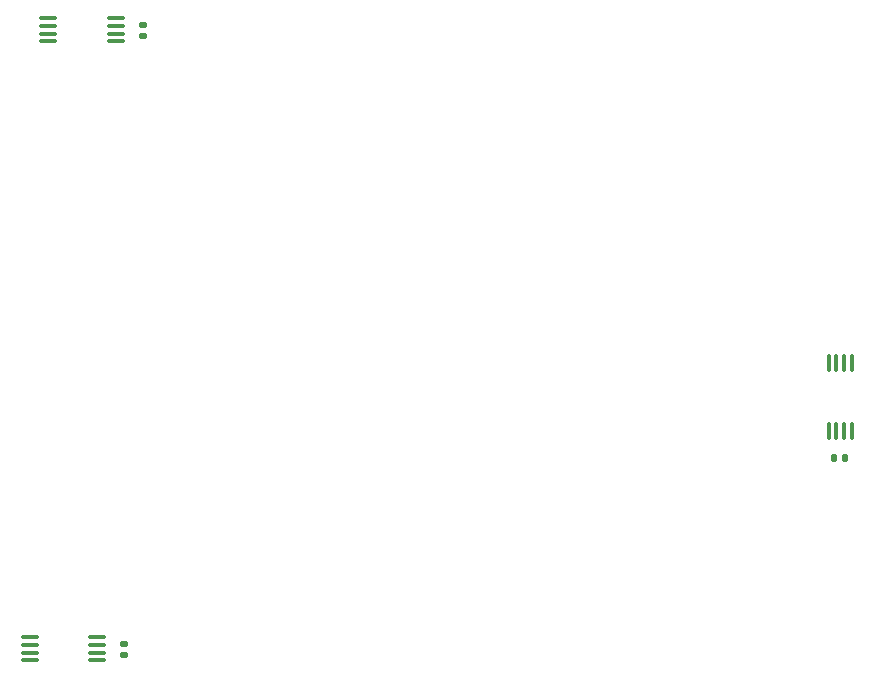
<source format=gbr>
%TF.GenerationSoftware,KiCad,Pcbnew,8.0.9-8.0.9-0~ubuntu22.04.1*%
%TF.CreationDate,2025-03-21T15:09:18+07:00*%
%TF.ProjectId,Rfid_PCB,52666964-5f50-4434-922e-6b696361645f,rev?*%
%TF.SameCoordinates,Original*%
%TF.FileFunction,Paste,Top*%
%TF.FilePolarity,Positive*%
%FSLAX46Y46*%
G04 Gerber Fmt 4.6, Leading zero omitted, Abs format (unit mm)*
G04 Created by KiCad (PCBNEW 8.0.9-8.0.9-0~ubuntu22.04.1) date 2025-03-21 15:09:18*
%MOMM*%
%LPD*%
G01*
G04 APERTURE LIST*
G04 Aperture macros list*
%AMRoundRect*
0 Rectangle with rounded corners*
0 $1 Rounding radius*
0 $2 $3 $4 $5 $6 $7 $8 $9 X,Y pos of 4 corners*
0 Add a 4 corners polygon primitive as box body*
4,1,4,$2,$3,$4,$5,$6,$7,$8,$9,$2,$3,0*
0 Add four circle primitives for the rounded corners*
1,1,$1+$1,$2,$3*
1,1,$1+$1,$4,$5*
1,1,$1+$1,$6,$7*
1,1,$1+$1,$8,$9*
0 Add four rect primitives between the rounded corners*
20,1,$1+$1,$2,$3,$4,$5,0*
20,1,$1+$1,$4,$5,$6,$7,0*
20,1,$1+$1,$6,$7,$8,$9,0*
20,1,$1+$1,$8,$9,$2,$3,0*%
G04 Aperture macros list end*
%ADD10RoundRect,0.100000X0.100000X-0.637500X0.100000X0.637500X-0.100000X0.637500X-0.100000X-0.637500X0*%
%ADD11RoundRect,0.140000X-0.140000X-0.170000X0.140000X-0.170000X0.140000X0.170000X-0.140000X0.170000X0*%
%ADD12RoundRect,0.100000X0.637500X0.100000X-0.637500X0.100000X-0.637500X-0.100000X0.637500X-0.100000X0*%
%ADD13RoundRect,0.140000X0.170000X-0.140000X0.170000X0.140000X-0.170000X0.140000X-0.170000X-0.140000X0*%
G04 APERTURE END LIST*
D10*
%TO.C,REF\u002A\u002A*%
X152385000Y-128107500D03*
X153035000Y-128107500D03*
X153685000Y-128107500D03*
X154335000Y-128107500D03*
X154335000Y-133832500D03*
X153685000Y-133832500D03*
X153035000Y-133832500D03*
X152385000Y-133832500D03*
%TD*%
D11*
%TO.C,REF\u002A\u002A*%
X153810000Y-136110000D03*
X152850000Y-136110000D03*
%TD*%
D12*
%TO.C,REF\u002A\u002A*%
X84732500Y-153275000D03*
X84732500Y-152625000D03*
X84732500Y-151975000D03*
X84732500Y-151325000D03*
X90457500Y-151325000D03*
X90457500Y-151975000D03*
X90457500Y-152625000D03*
X90457500Y-153275000D03*
%TD*%
D13*
%TO.C,REF\u002A\u002A*%
X92735000Y-151850000D03*
X92735000Y-152810000D03*
%TD*%
%TO.C,REF\u002A\u002A*%
X94330000Y-100400000D03*
X94330000Y-99440000D03*
%TD*%
D12*
%TO.C,REF\u002A\u002A*%
X92052500Y-100865000D03*
X92052500Y-100215000D03*
X92052500Y-99565000D03*
X92052500Y-98915000D03*
X86327500Y-98915000D03*
X86327500Y-99565000D03*
X86327500Y-100215000D03*
X86327500Y-100865000D03*
%TD*%
M02*

</source>
